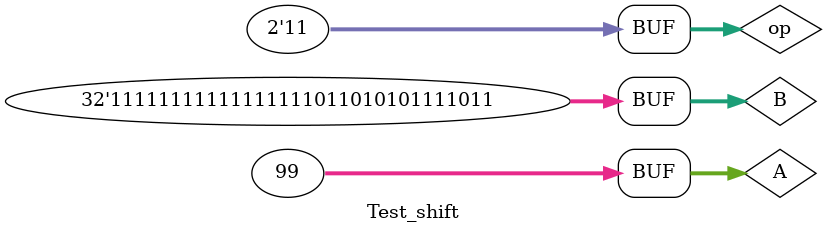
<source format=v>
module ALU_shift(A, B, op, S);
input [31:0] A;
input [31:0] B;
input [1:0] op; // ALUFun[1:0]
output reg [31:0] S;
reg [31:0] SRA_B;
reg [5:0] j;
wire [4:0] i;
assign i = A [4:0];
always @(*) begin case (op)2'b00 : S = (B << i); // SLL
2'b01 : S = (B >> i);                            // SRL
2'b11 :                                          // SRA
        begin S = {{32 {B[31]}}, B} >> i;
end default : S = 0;
endcase end endmodule

    module Test_shift;
reg [31:0] A, B;
reg [1:0] op;
initial begin A = 32'd99;
B = -32'd19077;
op = 2'b11;
end ALU_shift ZY(A, B, op, S);
endmodule

</source>
